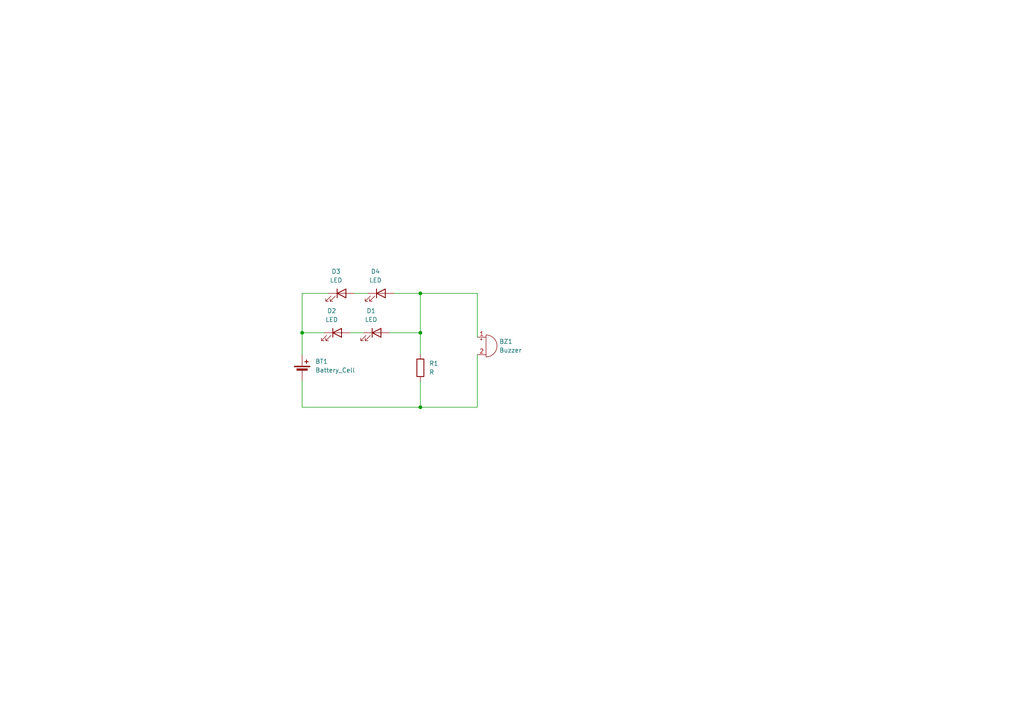
<source format=kicad_sch>
(kicad_sch (version 20250114) (generator "eeschema") (generator_version "9.0")
  (paper "A4")
  (lib_symbols
    (symbol "Device:Battery_Cell" (pin_numbers (hide yes)) (pin_names (offset 0) (hide yes))
      (property "Reference" "BT" (at 2.54 2.54 0))
      (property "Value" "Battery_Cell" (at 2.54 0 0))
      (symbol "Battery_Cell_0_1"
        (rectangle (start -2.286 1.778) (end 2.286 1.524) (fill (type outline)))
        (rectangle (start -1.524 1.016) (end 1.524 0.508) (fill (type outline)))
        (polyline (pts (xy 0 1.778) (xy 0 2.54)))
        (polyline (pts (xy 0 0.762) (xy 0 0)))
        (polyline (pts (xy 0.762 3.048) (xy 1.778 3.048)) (stroke (width 0.254)))
        (polyline (pts (xy 1.27 3.556) (xy 1.27 2.54)) (stroke (width 0.254)))
      )
      (symbol "Battery_Cell_1_1"
        (pin passive line (at 0 5.08 270) (length 2.54) (name "+") (number "1"))
        (pin passive line (at 0 -2.54 90) (length 2.54) (name "-") (number "2"))
      )
    )
    (symbol "Device:Buzzer" (pin_names (offset 0.0254) (hide yes))
      (property "Reference" "BZ" (at 3.81 1.27 0))
      (property "Value" "Buzzer" (at 3.81 -1.27 0))
      (symbol "Buzzer_0_1"
        (polyline (pts (xy -1.651 1.905) (xy -1.143 1.905)))
        (polyline (pts (xy -1.397 2.159) (xy -1.397 1.651)))
        (arc (start 0 3.175) (mid 3.1612 0) (end 0 -3.175))
        (polyline (pts (xy 0 3.175) (xy 0 -3.175)))
      )
      (symbol "Buzzer_1_1"
        (pin passive line (at -2.54 2.54 0) (length 2.54) (name "+") (number "1"))
        (pin passive line (at -2.54 -2.54 0) (length 2.54) (name "-") (number "2"))
      )
    )
    (symbol "Device:LED" (pin_numbers (hide yes)) (pin_names (offset 1.016) (hide yes))
      (property "Reference" "D" (at 0 2.54 0))
      (property "Value" "LED" (at 0 -2.54 0))
      (symbol "LED_0_1"
        (polyline (pts (xy -3.048 -0.762) (xy -4.572 -2.286) (xy -3.81 -2.286) (xy -4.572 -2.286) (xy -4.572 -1.524)))
        (polyline (pts (xy -1.778 -0.762) (xy -3.302 -2.286) (xy -2.54 -2.286) (xy -3.302 -2.286) (xy -3.302 -1.524)))
        (polyline (pts (xy -1.27 0) (xy 1.27 0)))
        (polyline (pts (xy -1.27 -1.27) (xy -1.27 1.27)) (stroke (width 0.254)))
        (polyline (pts (xy 1.27 -1.27) (xy 1.27 1.27) (xy -1.27 0) (xy 1.27 -1.27)) (stroke (width 0.254)))
      )
      (symbol "LED_1_1"
        (pin passive line (at -3.81 0 0) (length 2.54) (name "K") (number "1"))
        (pin passive line (at 3.81 0 180) (length 2.54) (name "A") (number "2"))
      )
    )
    (symbol "Device:R" (pin_numbers (hide yes)) (pin_names (offset 0))
      (property "Reference" "R" (at 2.032 0 90))
      (property "Value" "R" (at 0 0 90))
      (symbol "R_0_1"
        (rectangle (start -1.016 -2.54) (end 1.016 2.54) (stroke (width 0.254)))
      )
      (symbol "R_1_1"
        (pin passive line (at 0 3.81 270) (length 1.27) (name "~") (number "1"))
        (pin passive line (at 0 -3.81 90) (length 1.27) (name "~") (number "2"))
      )
    )
  )
  (junction (at 87.63 96.52))
  (junction (at 121.92 85.09))
  (junction (at 121.92 118.11))
  (junction (at 121.92 96.52))
  (wire (pts (xy 87.63 85.09) (xy 87.63 96.52)))
  (wire (pts (xy 121.92 96.52) (xy 121.92 102.87)))
  (wire (pts (xy 138.43 118.11) (xy 121.92 118.11)))
  (wire (pts (xy 87.63 96.52) (xy 93.98 96.52)))
  (wire (pts (xy 138.43 85.09) (xy 121.92 85.09)))
  (wire (pts (xy 138.43 97.79) (xy 138.43 85.09)))
  (wire (pts (xy 101.6 96.52) (xy 105.41 96.52)))
  (wire (pts (xy 87.63 110.49) (xy 87.63 118.11)))
  (wire (pts (xy 87.63 118.11) (xy 121.92 118.11)))
  (wire (pts (xy 95.25 85.09) (xy 87.63 85.09)))
  (wire (pts (xy 113.03 96.52) (xy 121.92 96.52)))
  (wire (pts (xy 121.92 118.11) (xy 121.92 110.49)))
  (wire (pts (xy 87.63 102.87) (xy 87.63 96.52)))
  (wire (pts (xy 121.92 85.09) (xy 121.92 96.52)))
  (wire (pts (xy 138.43 102.87) (xy 138.43 118.11)))
  (wire (pts (xy 114.3 85.09) (xy 121.92 85.09)))
  (wire (pts (xy 102.87 85.09) (xy 106.68 85.09)))
  (symbol (lib_id "Device:LED") (at 109.22 96.52 0) (unit 1)
    (property "Reference" "D1" (at 107.6325 90.17 0))
    (property "Value" "LED" (at 107.6325 92.71 0))
    (property "Description" "Light emitting diode" (effects (hide yes)))
    (property "Sim.Pins" "1=K 2=A" (effects (hide yes)))
  )
  (symbol (lib_id "Device:Buzzer") (at 140.97 100.33 0) (unit 1)
    (property "Reference" "BZ1" (at 144.78 99.0599 0) (effects (justify left)))
    (property "Value" "Buzzer" (at 144.78 101.5999 0) (effects (justify left)))
    (property "Description" "Buzzer, polarized" (effects (hide yes)))
  )
  (symbol (lib_id "Device:Battery_Cell") (at 87.63 107.95 0) (unit 1)
    (property "Reference" "BT1" (at 91.44 104.8384 0) (effects (justify left)))
    (property "Value" "Battery_Cell" (at 91.44 107.3784 0) (effects (justify left)))
    (property "Description" "Single-cell battery" (effects (hide yes)))
  )
  (symbol (lib_id "Device:LED") (at 99.06 85.09 0) (unit 1)
    (property "Reference" "D3" (at 97.4725 78.74 0))
    (property "Value" "LED" (at 97.4725 81.28 0))
    (property "Description" "Light emitting diode" (effects (hide yes)))
    (property "Sim.Pins" "1=K 2=A" (effects (hide yes)))
  )
  (symbol (lib_id "Device:LED") (at 110.49 85.09 0) (unit 1)
    (property "Reference" "D4" (at 108.9025 78.74 0))
    (property "Value" "LED" (at 108.9025 81.28 0))
    (property "Description" "Light emitting diode" (effects (hide yes)))
    (property "Sim.Pins" "1=K 2=A" (effects (hide yes)))
  )
  (symbol (lib_id "Device:LED") (at 97.79 96.52 0) (unit 1)
    (property "Reference" "D2" (at 96.2025 90.17 0))
    (property "Value" "LED" (at 96.2025 92.71 0))
    (property "Description" "Light emitting diode" (effects (hide yes)))
    (property "Sim.Pins" "1=K 2=A" (effects (hide yes)))
  )
  (symbol (lib_id "Device:R") (at 121.92 106.68 0) (unit 1)
    (property "Reference" "R1" (at 124.46 105.4099 0) (effects (justify left)))
    (property "Value" "R" (at 124.46 107.9499 0) (effects (justify left)))
    (property "Description" "Resistor" (effects (hide yes)))
  )
)
</source>
